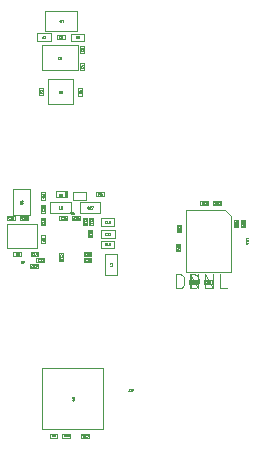
<source format=gbr>
G04 #@! TF.GenerationSoftware,KiCad,Pcbnew,(5.1.5)-3*
G04 #@! TF.CreationDate,2020-06-25T20:17:36-07:00*
G04 #@! TF.ProjectId,Miniscope-v4-Rigid-Flex,4d696e69-7363-46f7-9065-2d76342d5269,rev?*
G04 #@! TF.SameCoordinates,Original*
G04 #@! TF.FileFunction,Other,Fab,Top*
%FSLAX46Y46*%
G04 Gerber Fmt 4.6, Leading zero omitted, Abs format (unit mm)*
G04 Created by KiCad (PCBNEW (5.1.5)-3) date 2020-06-25 20:17:36*
%MOMM*%
%LPD*%
G04 APERTURE LIST*
%ADD10C,0.120000*%
%ADD11C,0.100000*%
%ADD12C,0.025400*%
G04 APERTURE END LIST*
D10*
X114611200Y-116868000D02*
X115251200Y-116868000D01*
X114611200Y-117208000D02*
X114611200Y-116868000D01*
X115251200Y-117208000D02*
X114611200Y-117208000D01*
X115251200Y-116868000D02*
X115251200Y-117208000D01*
X116495800Y-117208000D02*
X115855800Y-117208000D01*
X116495800Y-116868000D02*
X116495800Y-117208000D01*
X115855800Y-116868000D02*
X116495800Y-116868000D01*
X115855800Y-117208000D02*
X115855800Y-116868000D01*
X102778600Y-130227400D02*
X102778600Y-129887400D01*
X102778600Y-129887400D02*
X103418600Y-129887400D01*
X103418600Y-129887400D02*
X103418600Y-130227400D01*
X103418600Y-130227400D02*
X102778600Y-130227400D01*
X102156800Y-129528400D02*
X102156800Y-124368400D01*
X107316800Y-129528400D02*
X102156800Y-129528400D01*
X107316800Y-124368400D02*
X107316800Y-129528400D01*
X102156800Y-124368400D02*
X107316800Y-124368400D01*
X117283200Y-110203800D02*
X117283200Y-110543800D01*
X117283200Y-110543800D02*
X116643200Y-110543800D01*
X116643200Y-110543800D02*
X116643200Y-110203800D01*
X116643200Y-110203800D02*
X117283200Y-110203800D01*
X118429200Y-111783800D02*
X118769200Y-111783800D01*
X118769200Y-111783800D02*
X118769200Y-112423800D01*
X118769200Y-112423800D02*
X118429200Y-112423800D01*
X118429200Y-112423800D02*
X118429200Y-111783800D01*
X119013400Y-111783800D02*
X119353400Y-111783800D01*
X119353400Y-111783800D02*
X119353400Y-112423800D01*
X119353400Y-112423800D02*
X119013400Y-112423800D01*
X119013400Y-112423800D02*
X119013400Y-111783800D01*
X116191000Y-110203800D02*
X116191000Y-110543800D01*
X116191000Y-110543800D02*
X115551000Y-110543800D01*
X115551000Y-110543800D02*
X115551000Y-110203800D01*
X115551000Y-110203800D02*
X116191000Y-110203800D01*
X113856600Y-114455800D02*
X113516600Y-114455800D01*
X113516600Y-114455800D02*
X113516600Y-113815800D01*
X113516600Y-113815800D02*
X113856600Y-113815800D01*
X113856600Y-113815800D02*
X113856600Y-114455800D01*
X113552400Y-112215600D02*
X113892400Y-112215600D01*
X113892400Y-112215600D02*
X113892400Y-112855600D01*
X113892400Y-112855600D02*
X113552400Y-112855600D01*
X113552400Y-112855600D02*
X113552400Y-112215600D01*
D11*
X118100200Y-116188600D02*
X118100200Y-111488600D01*
X114300200Y-116188600D02*
X118100200Y-116188600D01*
X114300200Y-110988600D02*
X114300200Y-116188600D01*
X117600200Y-110988600D02*
X114300200Y-110988600D01*
X117600200Y-110988600D02*
X118100200Y-111488600D01*
D10*
X105677000Y-114864600D02*
X105677000Y-114524600D01*
X105677000Y-114524600D02*
X106317000Y-114524600D01*
X106317000Y-114524600D02*
X106317000Y-114864600D01*
X106317000Y-114864600D02*
X105677000Y-114864600D01*
X106055600Y-112622000D02*
X106395600Y-112622000D01*
X106395600Y-112622000D02*
X106395600Y-113262000D01*
X106395600Y-113262000D02*
X106055600Y-113262000D01*
X106055600Y-113262000D02*
X106055600Y-112622000D01*
X105598400Y-111606000D02*
X105938400Y-111606000D01*
X105938400Y-111606000D02*
X105938400Y-112246000D01*
X105938400Y-112246000D02*
X105598400Y-112246000D01*
X105598400Y-112246000D02*
X105598400Y-111606000D01*
X107093400Y-112306800D02*
X107093400Y-111646800D01*
X107093400Y-111646800D02*
X108253400Y-111646800D01*
X108253400Y-111646800D02*
X108253400Y-112306800D01*
X108253400Y-112306800D02*
X107093400Y-112306800D01*
X101130400Y-115906000D02*
X101130400Y-115566000D01*
X101130400Y-115566000D02*
X101770400Y-115566000D01*
X101770400Y-115566000D02*
X101770400Y-115906000D01*
X101770400Y-115906000D02*
X101130400Y-115906000D01*
X101109000Y-109220400D02*
X101109000Y-111380400D01*
X99709000Y-109220400D02*
X101109000Y-109220400D01*
X99709000Y-111380400D02*
X99709000Y-109220400D01*
X101109000Y-111380400D02*
X99709000Y-111380400D01*
X103619600Y-111842000D02*
X103619600Y-111502000D01*
X103619600Y-111502000D02*
X104259600Y-111502000D01*
X104259600Y-111502000D02*
X104259600Y-111842000D01*
X104259600Y-111842000D02*
X103619600Y-111842000D01*
X102067800Y-113104600D02*
X102407800Y-113104600D01*
X102407800Y-113104600D02*
X102407800Y-113744600D01*
X102407800Y-113744600D02*
X102067800Y-113744600D01*
X102067800Y-113744600D02*
X102067800Y-113104600D01*
X103566400Y-114628600D02*
X103906400Y-114628600D01*
X103906400Y-114628600D02*
X103906400Y-115268600D01*
X103906400Y-115268600D02*
X103566400Y-115268600D01*
X103566400Y-115268600D02*
X103566400Y-114628600D01*
X106081000Y-111606000D02*
X106421000Y-111606000D01*
X106421000Y-111606000D02*
X106421000Y-112246000D01*
X106421000Y-112246000D02*
X106081000Y-112246000D01*
X106081000Y-112246000D02*
X106081000Y-111606000D01*
X102067800Y-109447000D02*
X102407800Y-109447000D01*
X102407800Y-109447000D02*
X102407800Y-110087000D01*
X102407800Y-110087000D02*
X102067800Y-110087000D01*
X102067800Y-110087000D02*
X102067800Y-109447000D01*
X102407800Y-112271400D02*
X102067800Y-112271400D01*
X102067800Y-112271400D02*
X102067800Y-111631400D01*
X102067800Y-111631400D02*
X102407800Y-111631400D01*
X102407800Y-111631400D02*
X102407800Y-112271400D01*
X101663800Y-115347200D02*
X101663800Y-115007200D01*
X101663800Y-115007200D02*
X102303800Y-115007200D01*
X102303800Y-115007200D02*
X102303800Y-115347200D01*
X102303800Y-115347200D02*
X101663800Y-115347200D01*
X102407800Y-111179200D02*
X102067800Y-111179200D01*
X102067800Y-111179200D02*
X102067800Y-110539200D01*
X102067800Y-110539200D02*
X102407800Y-110539200D01*
X102407800Y-110539200D02*
X102407800Y-111179200D01*
X105677000Y-115372600D02*
X105677000Y-115032600D01*
X105677000Y-115032600D02*
X106317000Y-115032600D01*
X106317000Y-115032600D02*
X106317000Y-115372600D01*
X106317000Y-115372600D02*
X105677000Y-115372600D01*
X100292200Y-111791200D02*
X100292200Y-111451200D01*
X100292200Y-111451200D02*
X100932200Y-111451200D01*
X100932200Y-111451200D02*
X100932200Y-111791200D01*
X100932200Y-111791200D02*
X100292200Y-111791200D01*
X105326400Y-111502000D02*
X105326400Y-111842000D01*
X105326400Y-111842000D02*
X104686400Y-111842000D01*
X104686400Y-111842000D02*
X104686400Y-111502000D01*
X104686400Y-111502000D02*
X105326400Y-111502000D01*
X108253400Y-114211800D02*
X107093400Y-114211800D01*
X108253400Y-113551800D02*
X108253400Y-114211800D01*
X107093400Y-113551800D02*
X108253400Y-113551800D01*
X107093400Y-114211800D02*
X107093400Y-113551800D01*
X101176800Y-114839200D02*
X101176800Y-114499200D01*
X101176800Y-114499200D02*
X101816800Y-114499200D01*
X101816800Y-114499200D02*
X101816800Y-114839200D01*
X101816800Y-114839200D02*
X101176800Y-114839200D01*
X99154400Y-114200600D02*
X99154400Y-112140600D01*
X99154400Y-112140600D02*
X101714400Y-112140600D01*
X101714400Y-112140600D02*
X101714400Y-114200600D01*
X101714400Y-114200600D02*
X99154400Y-114200600D01*
X106718400Y-109810000D02*
X106718400Y-109470000D01*
X106718400Y-109470000D02*
X107358400Y-109470000D01*
X107358400Y-109470000D02*
X107358400Y-109810000D01*
X107358400Y-109810000D02*
X106718400Y-109810000D01*
X103870800Y-130227400D02*
X103870800Y-129887400D01*
X103870800Y-129887400D02*
X104510800Y-129887400D01*
X104510800Y-129887400D02*
X104510800Y-130227400D01*
X104510800Y-130227400D02*
X103870800Y-130227400D01*
X106107200Y-129890200D02*
X106107200Y-130230200D01*
X106107200Y-130230200D02*
X105467200Y-130230200D01*
X105467200Y-130230200D02*
X105467200Y-129890200D01*
X105467200Y-129890200D02*
X106107200Y-129890200D01*
X99814600Y-111791200D02*
X99174600Y-111791200D01*
X99814600Y-111451200D02*
X99814600Y-111791200D01*
X99174600Y-111451200D02*
X99814600Y-111451200D01*
X99174600Y-111791200D02*
X99174600Y-111451200D01*
X102811000Y-111257600D02*
X102811000Y-110257600D01*
X102811000Y-110257600D02*
X104611000Y-110257600D01*
X104611000Y-110257600D02*
X104611000Y-111257600D01*
X104611000Y-111257600D02*
X102811000Y-111257600D01*
X108497000Y-114653600D02*
X108497000Y-116453600D01*
X107497000Y-114653600D02*
X108497000Y-114653600D01*
X107497000Y-116453600D02*
X107497000Y-114653600D01*
X108497000Y-116453600D02*
X107497000Y-116453600D01*
X107080200Y-111237600D02*
X105320200Y-111237600D01*
X107080200Y-110277600D02*
X107080200Y-111237600D01*
X105320200Y-110277600D02*
X107080200Y-110277600D01*
X105320200Y-111237600D02*
X105320200Y-110277600D01*
X107118800Y-113322800D02*
X107118800Y-112662800D01*
X107118800Y-112662800D02*
X108278800Y-112662800D01*
X108278800Y-112662800D02*
X108278800Y-113322800D01*
X108278800Y-113322800D02*
X107118800Y-113322800D01*
X99708000Y-114864600D02*
X99708000Y-114524600D01*
X99708000Y-114524600D02*
X100348000Y-114524600D01*
X100348000Y-114524600D02*
X100348000Y-114864600D01*
X100348000Y-114864600D02*
X99708000Y-114864600D01*
X105876600Y-109427000D02*
X105876600Y-110107000D01*
X105876600Y-110107000D02*
X104796600Y-110107000D01*
X104796600Y-110107000D02*
X104796600Y-109427000D01*
X104796600Y-109427000D02*
X105876600Y-109427000D01*
D11*
X104287200Y-109353800D02*
X104287200Y-109853800D01*
X104287200Y-109853800D02*
X103287200Y-109853800D01*
X103287200Y-109853800D02*
X103287200Y-109353800D01*
X103287200Y-109353800D02*
X104287200Y-109353800D01*
X104187200Y-109353800D02*
X104187200Y-109853800D01*
X104087200Y-109353800D02*
X104087200Y-109853800D01*
D10*
X102223400Y-101245000D02*
X101883400Y-101245000D01*
X101883400Y-101245000D02*
X101883400Y-100605000D01*
X101883400Y-100605000D02*
X102223400Y-100605000D01*
X102223400Y-100605000D02*
X102223400Y-101245000D01*
X102681000Y-99905800D02*
X104741000Y-99905800D01*
X102681000Y-101965800D02*
X102681000Y-99905800D01*
X104741000Y-101965800D02*
X102681000Y-101965800D01*
X104741000Y-99905800D02*
X104741000Y-101965800D01*
X105203600Y-97030200D02*
X105203600Y-99130200D01*
X105203600Y-99130200D02*
X102103600Y-99130200D01*
X102103600Y-99130200D02*
X102103600Y-97030200D01*
X102103600Y-97030200D02*
X105203600Y-97030200D01*
X105703200Y-99136800D02*
X105363200Y-99136800D01*
X105363200Y-99136800D02*
X105363200Y-98496800D01*
X105363200Y-98496800D02*
X105703200Y-98496800D01*
X105703200Y-98496800D02*
X105703200Y-99136800D01*
X105703200Y-97689000D02*
X105363200Y-97689000D01*
X105363200Y-97689000D02*
X105363200Y-97049000D01*
X105363200Y-97049000D02*
X105703200Y-97049000D01*
X105703200Y-97049000D02*
X105703200Y-97689000D01*
X105210800Y-100630400D02*
X105550800Y-100630400D01*
X105550800Y-100630400D02*
X105550800Y-101270400D01*
X105550800Y-101270400D02*
X105210800Y-101270400D01*
X105210800Y-101270400D02*
X105210800Y-100630400D01*
X104559000Y-96683000D02*
X104559000Y-96023000D01*
X104559000Y-96023000D02*
X105719000Y-96023000D01*
X105719000Y-96023000D02*
X105719000Y-96683000D01*
X105719000Y-96683000D02*
X104559000Y-96683000D01*
X103409800Y-96497600D02*
X103409800Y-96157600D01*
X103409800Y-96157600D02*
X104049800Y-96157600D01*
X104049800Y-96157600D02*
X104049800Y-96497600D01*
X104049800Y-96497600D02*
X103409800Y-96497600D01*
X102415200Y-94116000D02*
X105095200Y-94116000D01*
X102415200Y-95796000D02*
X102415200Y-94116000D01*
X105095200Y-95796000D02*
X102415200Y-95796000D01*
X105095200Y-94116000D02*
X105095200Y-95796000D01*
X102862000Y-95997600D02*
X102862000Y-96657600D01*
X102862000Y-96657600D02*
X101702000Y-96657600D01*
X101702000Y-96657600D02*
X101702000Y-95997600D01*
X101702000Y-95997600D02*
X102862000Y-95997600D01*
D12*
X114816900Y-117118433D02*
X114757633Y-117033766D01*
X114715300Y-117118433D02*
X114715300Y-116940633D01*
X114783033Y-116940633D01*
X114799966Y-116949100D01*
X114808433Y-116957566D01*
X114816900Y-116974500D01*
X114816900Y-116999900D01*
X114808433Y-117016833D01*
X114799966Y-117025300D01*
X114783033Y-117033766D01*
X114715300Y-117033766D01*
X114986233Y-117118433D02*
X114884633Y-117118433D01*
X114935433Y-117118433D02*
X114935433Y-116940633D01*
X114918500Y-116966033D01*
X114901566Y-116982966D01*
X114884633Y-116991433D01*
X115138633Y-116999900D02*
X115138633Y-117118433D01*
X115096300Y-116932166D02*
X115053966Y-117059166D01*
X115164033Y-117059166D01*
D10*
X113502628Y-117580857D02*
X113502628Y-116380857D01*
X113788342Y-116380857D01*
X113959771Y-116438000D01*
X114074057Y-116552285D01*
X114131200Y-116666571D01*
X114188342Y-116895142D01*
X114188342Y-117066571D01*
X114131200Y-117295142D01*
X114074057Y-117409428D01*
X113959771Y-117523714D01*
X113788342Y-117580857D01*
X113502628Y-117580857D01*
X114702628Y-117580857D02*
X114702628Y-116380857D01*
X115388342Y-117580857D01*
X115388342Y-116380857D01*
X116531200Y-117580857D02*
X115959771Y-117580857D01*
X115959771Y-116380857D01*
D12*
X114816900Y-117118433D02*
X114757633Y-117033766D01*
X114715300Y-117118433D02*
X114715300Y-116940633D01*
X114783033Y-116940633D01*
X114799966Y-116949100D01*
X114808433Y-116957566D01*
X114816900Y-116974500D01*
X114816900Y-116999900D01*
X114808433Y-117016833D01*
X114799966Y-117025300D01*
X114783033Y-117033766D01*
X114715300Y-117033766D01*
X114986233Y-117118433D02*
X114884633Y-117118433D01*
X114935433Y-117118433D02*
X114935433Y-116940633D01*
X114918500Y-116966033D01*
X114901566Y-116982966D01*
X114884633Y-116991433D01*
X115138633Y-116999900D02*
X115138633Y-117118433D01*
X115096300Y-116932166D02*
X115053966Y-117059166D01*
X115164033Y-117059166D01*
X116061500Y-117101500D02*
X116053033Y-117109966D01*
X116027633Y-117118433D01*
X116010700Y-117118433D01*
X115985300Y-117109966D01*
X115968366Y-117093033D01*
X115959900Y-117076100D01*
X115951433Y-117042233D01*
X115951433Y-117016833D01*
X115959900Y-116982966D01*
X115968366Y-116966033D01*
X115985300Y-116949100D01*
X116010700Y-116940633D01*
X116027633Y-116940633D01*
X116053033Y-116949100D01*
X116061500Y-116957566D01*
X116222366Y-116940633D02*
X116137700Y-116940633D01*
X116129233Y-117025300D01*
X116137700Y-117016833D01*
X116154633Y-117008366D01*
X116196966Y-117008366D01*
X116213900Y-117016833D01*
X116222366Y-117025300D01*
X116230833Y-117042233D01*
X116230833Y-117084566D01*
X116222366Y-117101500D01*
X116213900Y-117109966D01*
X116196966Y-117118433D01*
X116154633Y-117118433D01*
X116137700Y-117109966D01*
X116129233Y-117101500D01*
X116383233Y-116940633D02*
X116349366Y-116940633D01*
X116332433Y-116949100D01*
X116323966Y-116957566D01*
X116307033Y-116982966D01*
X116298566Y-117016833D01*
X116298566Y-117084566D01*
X116307033Y-117101500D01*
X116315500Y-117109966D01*
X116332433Y-117118433D01*
X116366300Y-117118433D01*
X116383233Y-117109966D01*
X116391700Y-117101500D01*
X116400166Y-117084566D01*
X116400166Y-117042233D01*
X116391700Y-117025300D01*
X116383233Y-117016833D01*
X116366300Y-117008366D01*
X116332433Y-117008366D01*
X116315500Y-117016833D01*
X116307033Y-117025300D01*
X116298566Y-117042233D01*
D10*
X114747228Y-117580857D02*
X114747228Y-116380857D01*
X115032942Y-116380857D01*
X115204371Y-116438000D01*
X115318657Y-116552285D01*
X115375800Y-116666571D01*
X115432942Y-116895142D01*
X115432942Y-117066571D01*
X115375800Y-117295142D01*
X115318657Y-117409428D01*
X115204371Y-117523714D01*
X115032942Y-117580857D01*
X114747228Y-117580857D01*
X115947228Y-117580857D02*
X115947228Y-116380857D01*
X116632942Y-117580857D01*
X116632942Y-116380857D01*
X117775800Y-117580857D02*
X117204371Y-117580857D01*
X117204371Y-116380857D01*
D12*
X116061500Y-117101500D02*
X116053033Y-117109966D01*
X116027633Y-117118433D01*
X116010700Y-117118433D01*
X115985300Y-117109966D01*
X115968366Y-117093033D01*
X115959900Y-117076100D01*
X115951433Y-117042233D01*
X115951433Y-117016833D01*
X115959900Y-116982966D01*
X115968366Y-116966033D01*
X115985300Y-116949100D01*
X116010700Y-116940633D01*
X116027633Y-116940633D01*
X116053033Y-116949100D01*
X116061500Y-116957566D01*
X116222366Y-116940633D02*
X116137700Y-116940633D01*
X116129233Y-117025300D01*
X116137700Y-117016833D01*
X116154633Y-117008366D01*
X116196966Y-117008366D01*
X116213900Y-117016833D01*
X116222366Y-117025300D01*
X116230833Y-117042233D01*
X116230833Y-117084566D01*
X116222366Y-117101500D01*
X116213900Y-117109966D01*
X116196966Y-117118433D01*
X116154633Y-117118433D01*
X116137700Y-117109966D01*
X116129233Y-117101500D01*
X116383233Y-116940633D02*
X116349366Y-116940633D01*
X116332433Y-116949100D01*
X116323966Y-116957566D01*
X116307033Y-116982966D01*
X116298566Y-117016833D01*
X116298566Y-117084566D01*
X116307033Y-117101500D01*
X116315500Y-117109966D01*
X116332433Y-117118433D01*
X116366300Y-117118433D01*
X116383233Y-117109966D01*
X116391700Y-117101500D01*
X116400166Y-117084566D01*
X116400166Y-117042233D01*
X116391700Y-117025300D01*
X116383233Y-117016833D01*
X116366300Y-117008366D01*
X116332433Y-117008366D01*
X116315500Y-117016833D01*
X116307033Y-117025300D01*
X116298566Y-117042233D01*
X103068966Y-130137833D02*
X103009700Y-130053166D01*
X102967366Y-130137833D02*
X102967366Y-129960033D01*
X103035100Y-129960033D01*
X103052033Y-129968500D01*
X103060500Y-129976966D01*
X103068966Y-129993900D01*
X103068966Y-130019300D01*
X103060500Y-130036233D01*
X103052033Y-130044700D01*
X103035100Y-130053166D01*
X102967366Y-130053166D01*
X103153633Y-130137833D02*
X103187500Y-130137833D01*
X103204433Y-130129366D01*
X103212900Y-130120900D01*
X103229833Y-130095500D01*
X103238300Y-130061633D01*
X103238300Y-129993900D01*
X103229833Y-129976966D01*
X103221366Y-129968500D01*
X103204433Y-129960033D01*
X103170566Y-129960033D01*
X103153633Y-129968500D01*
X103145166Y-129976966D01*
X103136700Y-129993900D01*
X103136700Y-130036233D01*
X103145166Y-130053166D01*
X103153633Y-130061633D01*
X103170566Y-130070100D01*
X103204433Y-130070100D01*
X103221366Y-130061633D01*
X103229833Y-130053166D01*
X103238300Y-130036233D01*
X104834166Y-126812933D02*
X104690233Y-126812933D01*
X104673300Y-126821400D01*
X104664833Y-126829866D01*
X104656366Y-126846800D01*
X104656366Y-126880666D01*
X104664833Y-126897600D01*
X104673300Y-126906066D01*
X104690233Y-126914533D01*
X104834166Y-126914533D01*
X104656366Y-127007666D02*
X104656366Y-127041533D01*
X104664833Y-127058466D01*
X104673300Y-127066933D01*
X104698700Y-127083866D01*
X104732566Y-127092333D01*
X104800300Y-127092333D01*
X104817233Y-127083866D01*
X104825700Y-127075400D01*
X104834166Y-127058466D01*
X104834166Y-127024600D01*
X104825700Y-127007666D01*
X104817233Y-126999200D01*
X104800300Y-126990733D01*
X104757966Y-126990733D01*
X104741033Y-126999200D01*
X104732566Y-127007666D01*
X104724100Y-127024600D01*
X104724100Y-127058466D01*
X104732566Y-127075400D01*
X104741033Y-127083866D01*
X104757966Y-127092333D01*
X109505866Y-126079433D02*
X109505866Y-126206433D01*
X109497400Y-126231833D01*
X109480466Y-126248766D01*
X109455066Y-126257233D01*
X109438133Y-126257233D01*
X109683666Y-126257233D02*
X109582066Y-126257233D01*
X109632866Y-126257233D02*
X109632866Y-126079433D01*
X109615933Y-126104833D01*
X109599000Y-126121766D01*
X109582066Y-126130233D01*
X109742933Y-126079433D02*
X109861466Y-126079433D01*
X109785266Y-126257233D01*
X117077500Y-110310300D02*
X117085966Y-110301833D01*
X117111366Y-110293366D01*
X117128300Y-110293366D01*
X117153700Y-110301833D01*
X117170633Y-110318766D01*
X117179100Y-110335700D01*
X117187566Y-110369566D01*
X117187566Y-110394966D01*
X117179100Y-110428833D01*
X117170633Y-110445766D01*
X117153700Y-110462700D01*
X117128300Y-110471166D01*
X117111366Y-110471166D01*
X117085966Y-110462700D01*
X117077500Y-110454233D01*
X116916633Y-110471166D02*
X117001300Y-110471166D01*
X117009766Y-110386500D01*
X117001300Y-110394966D01*
X116984366Y-110403433D01*
X116942033Y-110403433D01*
X116925100Y-110394966D01*
X116916633Y-110386500D01*
X116908166Y-110369566D01*
X116908166Y-110327233D01*
X116916633Y-110310300D01*
X116925100Y-110301833D01*
X116942033Y-110293366D01*
X116984366Y-110293366D01*
X117001300Y-110301833D01*
X117009766Y-110310300D01*
X116840433Y-110454233D02*
X116831966Y-110462700D01*
X116815033Y-110471166D01*
X116772700Y-110471166D01*
X116755766Y-110462700D01*
X116747300Y-110454233D01*
X116738833Y-110437300D01*
X116738833Y-110420366D01*
X116747300Y-110394966D01*
X116848900Y-110293366D01*
X116738833Y-110293366D01*
X118535700Y-111989500D02*
X118527233Y-111981033D01*
X118518766Y-111955633D01*
X118518766Y-111938700D01*
X118527233Y-111913300D01*
X118544166Y-111896366D01*
X118561100Y-111887900D01*
X118594966Y-111879433D01*
X118620366Y-111879433D01*
X118654233Y-111887900D01*
X118671166Y-111896366D01*
X118688100Y-111913300D01*
X118696566Y-111938700D01*
X118696566Y-111955633D01*
X118688100Y-111981033D01*
X118679633Y-111989500D01*
X118696566Y-112150366D02*
X118696566Y-112065700D01*
X118611900Y-112057233D01*
X118620366Y-112065700D01*
X118628833Y-112082633D01*
X118628833Y-112124966D01*
X118620366Y-112141900D01*
X118611900Y-112150366D01*
X118594966Y-112158833D01*
X118552633Y-112158833D01*
X118535700Y-112150366D01*
X118527233Y-112141900D01*
X118518766Y-112124966D01*
X118518766Y-112082633D01*
X118527233Y-112065700D01*
X118535700Y-112057233D01*
X118696566Y-112218100D02*
X118696566Y-112328166D01*
X118628833Y-112268900D01*
X118628833Y-112294300D01*
X118620366Y-112311233D01*
X118611900Y-112319700D01*
X118594966Y-112328166D01*
X118552633Y-112328166D01*
X118535700Y-112319700D01*
X118527233Y-112311233D01*
X118518766Y-112294300D01*
X118518766Y-112243500D01*
X118527233Y-112226566D01*
X118535700Y-112218100D01*
X119119900Y-111989500D02*
X119111433Y-111981033D01*
X119102966Y-111955633D01*
X119102966Y-111938700D01*
X119111433Y-111913300D01*
X119128366Y-111896366D01*
X119145300Y-111887900D01*
X119179166Y-111879433D01*
X119204566Y-111879433D01*
X119238433Y-111887900D01*
X119255366Y-111896366D01*
X119272300Y-111913300D01*
X119280766Y-111938700D01*
X119280766Y-111955633D01*
X119272300Y-111981033D01*
X119263833Y-111989500D01*
X119280766Y-112150366D02*
X119280766Y-112065700D01*
X119196100Y-112057233D01*
X119204566Y-112065700D01*
X119213033Y-112082633D01*
X119213033Y-112124966D01*
X119204566Y-112141900D01*
X119196100Y-112150366D01*
X119179166Y-112158833D01*
X119136833Y-112158833D01*
X119119900Y-112150366D01*
X119111433Y-112141900D01*
X119102966Y-112124966D01*
X119102966Y-112082633D01*
X119111433Y-112065700D01*
X119119900Y-112057233D01*
X119221500Y-112311233D02*
X119102966Y-112311233D01*
X119289233Y-112268900D02*
X119162233Y-112226566D01*
X119162233Y-112336633D01*
X115985300Y-110293366D02*
X116044566Y-110378033D01*
X116086900Y-110293366D02*
X116086900Y-110471166D01*
X116019166Y-110471166D01*
X116002233Y-110462700D01*
X115993766Y-110454233D01*
X115985300Y-110437300D01*
X115985300Y-110411900D01*
X115993766Y-110394966D01*
X116002233Y-110386500D01*
X116019166Y-110378033D01*
X116086900Y-110378033D01*
X115815966Y-110293366D02*
X115917566Y-110293366D01*
X115866766Y-110293366D02*
X115866766Y-110471166D01*
X115883700Y-110445766D01*
X115900633Y-110428833D01*
X115917566Y-110420366D01*
X115655100Y-110471166D02*
X115739766Y-110471166D01*
X115748233Y-110386500D01*
X115739766Y-110394966D01*
X115722833Y-110403433D01*
X115680500Y-110403433D01*
X115663566Y-110394966D01*
X115655100Y-110386500D01*
X115646633Y-110369566D01*
X115646633Y-110327233D01*
X115655100Y-110310300D01*
X115663566Y-110301833D01*
X115680500Y-110293366D01*
X115722833Y-110293366D01*
X115739766Y-110301833D01*
X115748233Y-110310300D01*
X113767033Y-114250100D02*
X113682366Y-114309366D01*
X113767033Y-114351700D02*
X113589233Y-114351700D01*
X113589233Y-114283966D01*
X113597700Y-114267033D01*
X113606166Y-114258566D01*
X113623100Y-114250100D01*
X113648500Y-114250100D01*
X113665433Y-114258566D01*
X113673900Y-114267033D01*
X113682366Y-114283966D01*
X113682366Y-114351700D01*
X113767033Y-114080766D02*
X113767033Y-114182366D01*
X113767033Y-114131566D02*
X113589233Y-114131566D01*
X113614633Y-114148500D01*
X113631566Y-114165433D01*
X113640033Y-114182366D01*
X113589233Y-113928366D02*
X113589233Y-113962233D01*
X113597700Y-113979166D01*
X113606166Y-113987633D01*
X113631566Y-114004566D01*
X113665433Y-114013033D01*
X113733166Y-114013033D01*
X113750100Y-114004566D01*
X113758566Y-113996100D01*
X113767033Y-113979166D01*
X113767033Y-113945300D01*
X113758566Y-113928366D01*
X113750100Y-113919900D01*
X113733166Y-113911433D01*
X113690833Y-113911433D01*
X113673900Y-113919900D01*
X113665433Y-113928366D01*
X113656966Y-113945300D01*
X113656966Y-113979166D01*
X113665433Y-113996100D01*
X113673900Y-114004566D01*
X113690833Y-114013033D01*
X113658900Y-112421300D02*
X113650433Y-112412833D01*
X113641966Y-112387433D01*
X113641966Y-112370500D01*
X113650433Y-112345100D01*
X113667366Y-112328166D01*
X113684300Y-112319700D01*
X113718166Y-112311233D01*
X113743566Y-112311233D01*
X113777433Y-112319700D01*
X113794366Y-112328166D01*
X113811300Y-112345100D01*
X113819766Y-112370500D01*
X113819766Y-112387433D01*
X113811300Y-112412833D01*
X113802833Y-112421300D01*
X113819766Y-112582166D02*
X113819766Y-112497500D01*
X113735100Y-112489033D01*
X113743566Y-112497500D01*
X113752033Y-112514433D01*
X113752033Y-112556766D01*
X113743566Y-112573700D01*
X113735100Y-112582166D01*
X113718166Y-112590633D01*
X113675833Y-112590633D01*
X113658900Y-112582166D01*
X113650433Y-112573700D01*
X113641966Y-112556766D01*
X113641966Y-112514433D01*
X113650433Y-112497500D01*
X113658900Y-112489033D01*
X113641966Y-112759966D02*
X113641966Y-112658366D01*
X113641966Y-112709166D02*
X113819766Y-112709166D01*
X113794366Y-112692233D01*
X113777433Y-112675300D01*
X113768966Y-112658366D01*
X119547566Y-113368466D02*
X119403633Y-113368466D01*
X119386700Y-113376933D01*
X119378233Y-113385400D01*
X119369766Y-113402333D01*
X119369766Y-113436200D01*
X119378233Y-113453133D01*
X119386700Y-113461600D01*
X119403633Y-113470066D01*
X119547566Y-113470066D01*
X119369766Y-113647866D02*
X119369766Y-113546266D01*
X119369766Y-113597066D02*
X119547566Y-113597066D01*
X119522166Y-113580133D01*
X119505233Y-113563200D01*
X119496766Y-113546266D01*
X119547566Y-113757933D02*
X119547566Y-113774866D01*
X119539100Y-113791800D01*
X119530633Y-113800266D01*
X119513700Y-113808733D01*
X119479833Y-113817200D01*
X119437500Y-113817200D01*
X119403633Y-113808733D01*
X119386700Y-113800266D01*
X119378233Y-113791800D01*
X119369766Y-113774866D01*
X119369766Y-113757933D01*
X119378233Y-113741000D01*
X119386700Y-113732533D01*
X119403633Y-113724066D01*
X119437500Y-113715600D01*
X119479833Y-113715600D01*
X119513700Y-113724066D01*
X119530633Y-113732533D01*
X119539100Y-113741000D01*
X119547566Y-113757933D01*
X105882700Y-114758100D02*
X105874233Y-114766566D01*
X105848833Y-114775033D01*
X105831900Y-114775033D01*
X105806500Y-114766566D01*
X105789566Y-114749633D01*
X105781100Y-114732700D01*
X105772633Y-114698833D01*
X105772633Y-114673433D01*
X105781100Y-114639566D01*
X105789566Y-114622633D01*
X105806500Y-114605700D01*
X105831900Y-114597233D01*
X105848833Y-114597233D01*
X105874233Y-114605700D01*
X105882700Y-114614166D01*
X106052033Y-114775033D02*
X105950433Y-114775033D01*
X106001233Y-114775033D02*
X106001233Y-114597233D01*
X105984300Y-114622633D01*
X105967366Y-114639566D01*
X105950433Y-114648033D01*
X106153633Y-114673433D02*
X106136700Y-114664966D01*
X106128233Y-114656500D01*
X106119766Y-114639566D01*
X106119766Y-114631100D01*
X106128233Y-114614166D01*
X106136700Y-114605700D01*
X106153633Y-114597233D01*
X106187500Y-114597233D01*
X106204433Y-114605700D01*
X106212900Y-114614166D01*
X106221366Y-114631100D01*
X106221366Y-114639566D01*
X106212900Y-114656500D01*
X106204433Y-114664966D01*
X106187500Y-114673433D01*
X106153633Y-114673433D01*
X106136700Y-114681900D01*
X106128233Y-114690366D01*
X106119766Y-114707300D01*
X106119766Y-114741166D01*
X106128233Y-114758100D01*
X106136700Y-114766566D01*
X106153633Y-114775033D01*
X106187500Y-114775033D01*
X106204433Y-114766566D01*
X106212900Y-114758100D01*
X106221366Y-114741166D01*
X106221366Y-114707300D01*
X106212900Y-114690366D01*
X106204433Y-114681900D01*
X106187500Y-114673433D01*
X106162100Y-112827700D02*
X106153633Y-112819233D01*
X106145166Y-112793833D01*
X106145166Y-112776900D01*
X106153633Y-112751500D01*
X106170566Y-112734566D01*
X106187500Y-112726100D01*
X106221366Y-112717633D01*
X106246766Y-112717633D01*
X106280633Y-112726100D01*
X106297566Y-112734566D01*
X106314500Y-112751500D01*
X106322966Y-112776900D01*
X106322966Y-112793833D01*
X106314500Y-112819233D01*
X106306033Y-112827700D01*
X106145166Y-112997033D02*
X106145166Y-112895433D01*
X106145166Y-112946233D02*
X106322966Y-112946233D01*
X106297566Y-112929300D01*
X106280633Y-112912366D01*
X106272166Y-112895433D01*
X106306033Y-113064766D02*
X106314500Y-113073233D01*
X106322966Y-113090166D01*
X106322966Y-113132500D01*
X106314500Y-113149433D01*
X106306033Y-113157900D01*
X106289100Y-113166366D01*
X106272166Y-113166366D01*
X106246766Y-113157900D01*
X106145166Y-113056300D01*
X106145166Y-113166366D01*
X105704900Y-111811700D02*
X105696433Y-111803233D01*
X105687966Y-111777833D01*
X105687966Y-111760900D01*
X105696433Y-111735500D01*
X105713366Y-111718566D01*
X105730300Y-111710100D01*
X105764166Y-111701633D01*
X105789566Y-111701633D01*
X105823433Y-111710100D01*
X105840366Y-111718566D01*
X105857300Y-111735500D01*
X105865766Y-111760900D01*
X105865766Y-111777833D01*
X105857300Y-111803233D01*
X105848833Y-111811700D01*
X105687966Y-111981033D02*
X105687966Y-111879433D01*
X105687966Y-111930233D02*
X105865766Y-111930233D01*
X105840366Y-111913300D01*
X105823433Y-111896366D01*
X105814966Y-111879433D01*
X105865766Y-112091100D02*
X105865766Y-112108033D01*
X105857300Y-112124966D01*
X105848833Y-112133433D01*
X105831900Y-112141900D01*
X105798033Y-112150366D01*
X105755700Y-112150366D01*
X105721833Y-112141900D01*
X105704900Y-112133433D01*
X105696433Y-112124966D01*
X105687966Y-112108033D01*
X105687966Y-112091100D01*
X105696433Y-112074166D01*
X105704900Y-112065700D01*
X105721833Y-112057233D01*
X105755700Y-112048766D01*
X105798033Y-112048766D01*
X105831900Y-112057233D01*
X105848833Y-112065700D01*
X105857300Y-112074166D01*
X105865766Y-112091100D01*
X107559100Y-112040300D02*
X107550633Y-112048766D01*
X107525233Y-112057233D01*
X107508300Y-112057233D01*
X107482900Y-112048766D01*
X107465966Y-112031833D01*
X107457500Y-112014900D01*
X107449033Y-111981033D01*
X107449033Y-111955633D01*
X107457500Y-111921766D01*
X107465966Y-111904833D01*
X107482900Y-111887900D01*
X107508300Y-111879433D01*
X107525233Y-111879433D01*
X107550633Y-111887900D01*
X107559100Y-111896366D01*
X107728433Y-112057233D02*
X107626833Y-112057233D01*
X107677633Y-112057233D02*
X107677633Y-111879433D01*
X107660700Y-111904833D01*
X107643766Y-111921766D01*
X107626833Y-111930233D01*
X107889300Y-111879433D02*
X107804633Y-111879433D01*
X107796166Y-111964100D01*
X107804633Y-111955633D01*
X107821566Y-111947166D01*
X107863900Y-111947166D01*
X107880833Y-111955633D01*
X107889300Y-111964100D01*
X107897766Y-111981033D01*
X107897766Y-112023366D01*
X107889300Y-112040300D01*
X107880833Y-112048766D01*
X107863900Y-112057233D01*
X107821566Y-112057233D01*
X107804633Y-112048766D01*
X107796166Y-112040300D01*
X101336100Y-115799500D02*
X101327633Y-115807966D01*
X101302233Y-115816433D01*
X101285300Y-115816433D01*
X101259900Y-115807966D01*
X101242966Y-115791033D01*
X101234500Y-115774100D01*
X101226033Y-115740233D01*
X101226033Y-115714833D01*
X101234500Y-115680966D01*
X101242966Y-115664033D01*
X101259900Y-115647100D01*
X101285300Y-115638633D01*
X101302233Y-115638633D01*
X101327633Y-115647100D01*
X101336100Y-115655566D01*
X101505433Y-115816433D02*
X101403833Y-115816433D01*
X101454633Y-115816433D02*
X101454633Y-115638633D01*
X101437700Y-115664033D01*
X101420766Y-115680966D01*
X101403833Y-115689433D01*
X101564700Y-115638633D02*
X101683233Y-115638633D01*
X101607033Y-115816433D01*
X100311633Y-110435866D02*
X100455566Y-110435866D01*
X100472500Y-110427400D01*
X100480966Y-110418933D01*
X100489433Y-110402000D01*
X100489433Y-110368133D01*
X100480966Y-110351200D01*
X100472500Y-110342733D01*
X100455566Y-110334266D01*
X100311633Y-110334266D01*
X100311633Y-110164933D02*
X100311633Y-110249600D01*
X100396300Y-110258066D01*
X100387833Y-110249600D01*
X100379366Y-110232666D01*
X100379366Y-110190333D01*
X100387833Y-110173400D01*
X100396300Y-110164933D01*
X100413233Y-110156466D01*
X100455566Y-110156466D01*
X100472500Y-110164933D01*
X100480966Y-110173400D01*
X100489433Y-110190333D01*
X100489433Y-110232666D01*
X100480966Y-110249600D01*
X100472500Y-110258066D01*
X103825300Y-111735500D02*
X103816833Y-111743966D01*
X103791433Y-111752433D01*
X103774500Y-111752433D01*
X103749100Y-111743966D01*
X103732166Y-111727033D01*
X103723700Y-111710100D01*
X103715233Y-111676233D01*
X103715233Y-111650833D01*
X103723700Y-111616966D01*
X103732166Y-111600033D01*
X103749100Y-111583100D01*
X103774500Y-111574633D01*
X103791433Y-111574633D01*
X103816833Y-111583100D01*
X103825300Y-111591566D01*
X103893033Y-111591566D02*
X103901500Y-111583100D01*
X103918433Y-111574633D01*
X103960766Y-111574633D01*
X103977700Y-111583100D01*
X103986166Y-111591566D01*
X103994633Y-111608500D01*
X103994633Y-111625433D01*
X103986166Y-111650833D01*
X103884566Y-111752433D01*
X103994633Y-111752433D01*
X104147033Y-111633900D02*
X104147033Y-111752433D01*
X104104700Y-111566166D02*
X104062366Y-111693166D01*
X104172433Y-111693166D01*
X102157366Y-113394966D02*
X102242033Y-113335700D01*
X102157366Y-113293366D02*
X102335166Y-113293366D01*
X102335166Y-113361100D01*
X102326700Y-113378033D01*
X102318233Y-113386500D01*
X102301300Y-113394966D01*
X102275900Y-113394966D01*
X102258966Y-113386500D01*
X102250500Y-113378033D01*
X102242033Y-113361100D01*
X102242033Y-113293366D01*
X102335166Y-113454233D02*
X102335166Y-113572766D01*
X102157366Y-113496566D01*
X103672900Y-114834300D02*
X103664433Y-114825833D01*
X103655966Y-114800433D01*
X103655966Y-114783500D01*
X103664433Y-114758100D01*
X103681366Y-114741166D01*
X103698300Y-114732700D01*
X103732166Y-114724233D01*
X103757566Y-114724233D01*
X103791433Y-114732700D01*
X103808366Y-114741166D01*
X103825300Y-114758100D01*
X103833766Y-114783500D01*
X103833766Y-114800433D01*
X103825300Y-114825833D01*
X103816833Y-114834300D01*
X103655966Y-115003633D02*
X103655966Y-114902033D01*
X103655966Y-114952833D02*
X103833766Y-114952833D01*
X103808366Y-114935900D01*
X103791433Y-114918966D01*
X103782966Y-114902033D01*
X103833766Y-115156033D02*
X103833766Y-115122166D01*
X103825300Y-115105233D01*
X103816833Y-115096766D01*
X103791433Y-115079833D01*
X103757566Y-115071366D01*
X103689833Y-115071366D01*
X103672900Y-115079833D01*
X103664433Y-115088300D01*
X103655966Y-115105233D01*
X103655966Y-115139100D01*
X103664433Y-115156033D01*
X103672900Y-115164500D01*
X103689833Y-115172966D01*
X103732166Y-115172966D01*
X103749100Y-115164500D01*
X103757566Y-115156033D01*
X103766033Y-115139100D01*
X103766033Y-115105233D01*
X103757566Y-115088300D01*
X103749100Y-115079833D01*
X103732166Y-115071366D01*
X106187500Y-111811700D02*
X106179033Y-111803233D01*
X106170566Y-111777833D01*
X106170566Y-111760900D01*
X106179033Y-111735500D01*
X106195966Y-111718566D01*
X106212900Y-111710100D01*
X106246766Y-111701633D01*
X106272166Y-111701633D01*
X106306033Y-111710100D01*
X106322966Y-111718566D01*
X106339900Y-111735500D01*
X106348366Y-111760900D01*
X106348366Y-111777833D01*
X106339900Y-111803233D01*
X106331433Y-111811700D01*
X106170566Y-111981033D02*
X106170566Y-111879433D01*
X106170566Y-111930233D02*
X106348366Y-111930233D01*
X106322966Y-111913300D01*
X106306033Y-111896366D01*
X106297566Y-111879433D01*
X106170566Y-112150366D02*
X106170566Y-112048766D01*
X106170566Y-112099566D02*
X106348366Y-112099566D01*
X106322966Y-112082633D01*
X106306033Y-112065700D01*
X106297566Y-112048766D01*
X102157366Y-109737366D02*
X102242033Y-109678100D01*
X102157366Y-109635766D02*
X102335166Y-109635766D01*
X102335166Y-109703500D01*
X102326700Y-109720433D01*
X102318233Y-109728900D01*
X102301300Y-109737366D01*
X102275900Y-109737366D01*
X102258966Y-109728900D01*
X102250500Y-109720433D01*
X102242033Y-109703500D01*
X102242033Y-109635766D01*
X102275900Y-109889766D02*
X102157366Y-109889766D01*
X102343633Y-109847433D02*
X102216633Y-109805100D01*
X102216633Y-109915166D01*
X102301300Y-112065700D02*
X102309766Y-112074166D01*
X102318233Y-112099566D01*
X102318233Y-112116500D01*
X102309766Y-112141900D01*
X102292833Y-112158833D01*
X102275900Y-112167300D01*
X102242033Y-112175766D01*
X102216633Y-112175766D01*
X102182766Y-112167300D01*
X102165833Y-112158833D01*
X102148900Y-112141900D01*
X102140433Y-112116500D01*
X102140433Y-112099566D01*
X102148900Y-112074166D01*
X102157366Y-112065700D01*
X102318233Y-111896366D02*
X102318233Y-111997966D01*
X102318233Y-111947166D02*
X102140433Y-111947166D01*
X102165833Y-111964100D01*
X102182766Y-111981033D01*
X102191233Y-111997966D01*
X102140433Y-111837100D02*
X102140433Y-111727033D01*
X102208166Y-111786300D01*
X102208166Y-111760900D01*
X102216633Y-111743966D01*
X102225100Y-111735500D01*
X102242033Y-111727033D01*
X102284366Y-111727033D01*
X102301300Y-111735500D01*
X102309766Y-111743966D01*
X102318233Y-111760900D01*
X102318233Y-111811700D01*
X102309766Y-111828633D01*
X102301300Y-111837100D01*
X101869500Y-115240700D02*
X101861033Y-115249166D01*
X101835633Y-115257633D01*
X101818700Y-115257633D01*
X101793300Y-115249166D01*
X101776366Y-115232233D01*
X101767900Y-115215300D01*
X101759433Y-115181433D01*
X101759433Y-115156033D01*
X101767900Y-115122166D01*
X101776366Y-115105233D01*
X101793300Y-115088300D01*
X101818700Y-115079833D01*
X101835633Y-115079833D01*
X101861033Y-115088300D01*
X101869500Y-115096766D01*
X101937233Y-115096766D02*
X101945700Y-115088300D01*
X101962633Y-115079833D01*
X102004966Y-115079833D01*
X102021900Y-115088300D01*
X102030366Y-115096766D01*
X102038833Y-115113700D01*
X102038833Y-115130633D01*
X102030366Y-115156033D01*
X101928766Y-115257633D01*
X102038833Y-115257633D01*
X102106566Y-115096766D02*
X102115033Y-115088300D01*
X102131966Y-115079833D01*
X102174300Y-115079833D01*
X102191233Y-115088300D01*
X102199700Y-115096766D01*
X102208166Y-115113700D01*
X102208166Y-115130633D01*
X102199700Y-115156033D01*
X102098100Y-115257633D01*
X102208166Y-115257633D01*
X102301300Y-110973500D02*
X102309766Y-110981966D01*
X102318233Y-111007366D01*
X102318233Y-111024300D01*
X102309766Y-111049700D01*
X102292833Y-111066633D01*
X102275900Y-111075100D01*
X102242033Y-111083566D01*
X102216633Y-111083566D01*
X102182766Y-111075100D01*
X102165833Y-111066633D01*
X102148900Y-111049700D01*
X102140433Y-111024300D01*
X102140433Y-111007366D01*
X102148900Y-110981966D01*
X102157366Y-110973500D01*
X102157366Y-110905766D02*
X102148900Y-110897300D01*
X102140433Y-110880366D01*
X102140433Y-110838033D01*
X102148900Y-110821100D01*
X102157366Y-110812633D01*
X102174300Y-110804166D01*
X102191233Y-110804166D01*
X102216633Y-110812633D01*
X102318233Y-110914233D01*
X102318233Y-110804166D01*
X102140433Y-110651766D02*
X102140433Y-110685633D01*
X102148900Y-110702566D01*
X102157366Y-110711033D01*
X102182766Y-110727966D01*
X102216633Y-110736433D01*
X102284366Y-110736433D01*
X102301300Y-110727966D01*
X102309766Y-110719500D01*
X102318233Y-110702566D01*
X102318233Y-110668700D01*
X102309766Y-110651766D01*
X102301300Y-110643300D01*
X102284366Y-110634833D01*
X102242033Y-110634833D01*
X102225100Y-110643300D01*
X102216633Y-110651766D01*
X102208166Y-110668700D01*
X102208166Y-110702566D01*
X102216633Y-110719500D01*
X102225100Y-110727966D01*
X102242033Y-110736433D01*
X105882700Y-115266100D02*
X105874233Y-115274566D01*
X105848833Y-115283033D01*
X105831900Y-115283033D01*
X105806500Y-115274566D01*
X105789566Y-115257633D01*
X105781100Y-115240700D01*
X105772633Y-115206833D01*
X105772633Y-115181433D01*
X105781100Y-115147566D01*
X105789566Y-115130633D01*
X105806500Y-115113700D01*
X105831900Y-115105233D01*
X105848833Y-115105233D01*
X105874233Y-115113700D01*
X105882700Y-115122166D01*
X105950433Y-115122166D02*
X105958900Y-115113700D01*
X105975833Y-115105233D01*
X106018166Y-115105233D01*
X106035100Y-115113700D01*
X106043566Y-115122166D01*
X106052033Y-115139100D01*
X106052033Y-115156033D01*
X106043566Y-115181433D01*
X105941966Y-115283033D01*
X106052033Y-115283033D01*
X106221366Y-115283033D02*
X106119766Y-115283033D01*
X106170566Y-115283033D02*
X106170566Y-115105233D01*
X106153633Y-115130633D01*
X106136700Y-115147566D01*
X106119766Y-115156033D01*
X100497900Y-111684700D02*
X100489433Y-111693166D01*
X100464033Y-111701633D01*
X100447100Y-111701633D01*
X100421700Y-111693166D01*
X100404766Y-111676233D01*
X100396300Y-111659300D01*
X100387833Y-111625433D01*
X100387833Y-111600033D01*
X100396300Y-111566166D01*
X100404766Y-111549233D01*
X100421700Y-111532300D01*
X100447100Y-111523833D01*
X100464033Y-111523833D01*
X100489433Y-111532300D01*
X100497900Y-111540766D01*
X100565633Y-111540766D02*
X100574100Y-111532300D01*
X100591033Y-111523833D01*
X100633366Y-111523833D01*
X100650300Y-111532300D01*
X100658766Y-111540766D01*
X100667233Y-111557700D01*
X100667233Y-111574633D01*
X100658766Y-111600033D01*
X100557166Y-111701633D01*
X100667233Y-111701633D01*
X100768833Y-111600033D02*
X100751900Y-111591566D01*
X100743433Y-111583100D01*
X100734966Y-111566166D01*
X100734966Y-111557700D01*
X100743433Y-111540766D01*
X100751900Y-111532300D01*
X100768833Y-111523833D01*
X100802700Y-111523833D01*
X100819633Y-111532300D01*
X100828100Y-111540766D01*
X100836566Y-111557700D01*
X100836566Y-111566166D01*
X100828100Y-111583100D01*
X100819633Y-111591566D01*
X100802700Y-111600033D01*
X100768833Y-111600033D01*
X100751900Y-111608500D01*
X100743433Y-111616966D01*
X100734966Y-111633900D01*
X100734966Y-111667766D01*
X100743433Y-111684700D01*
X100751900Y-111693166D01*
X100768833Y-111701633D01*
X100802700Y-111701633D01*
X100819633Y-111693166D01*
X100828100Y-111684700D01*
X100836566Y-111667766D01*
X100836566Y-111633900D01*
X100828100Y-111616966D01*
X100819633Y-111608500D01*
X100802700Y-111600033D01*
X105120700Y-111608500D02*
X105129166Y-111600033D01*
X105154566Y-111591566D01*
X105171500Y-111591566D01*
X105196900Y-111600033D01*
X105213833Y-111616966D01*
X105222300Y-111633900D01*
X105230766Y-111667766D01*
X105230766Y-111693166D01*
X105222300Y-111727033D01*
X105213833Y-111743966D01*
X105196900Y-111760900D01*
X105171500Y-111769366D01*
X105154566Y-111769366D01*
X105129166Y-111760900D01*
X105120700Y-111752433D01*
X105052966Y-111752433D02*
X105044500Y-111760900D01*
X105027566Y-111769366D01*
X104985233Y-111769366D01*
X104968300Y-111760900D01*
X104959833Y-111752433D01*
X104951366Y-111735500D01*
X104951366Y-111718566D01*
X104959833Y-111693166D01*
X105061433Y-111591566D01*
X104951366Y-111591566D01*
X104841300Y-111769366D02*
X104824366Y-111769366D01*
X104807433Y-111760900D01*
X104798966Y-111752433D01*
X104790500Y-111735500D01*
X104782033Y-111701633D01*
X104782033Y-111659300D01*
X104790500Y-111625433D01*
X104798966Y-111608500D01*
X104807433Y-111600033D01*
X104824366Y-111591566D01*
X104841300Y-111591566D01*
X104858233Y-111600033D01*
X104866700Y-111608500D01*
X104875166Y-111625433D01*
X104883633Y-111659300D01*
X104883633Y-111701633D01*
X104875166Y-111735500D01*
X104866700Y-111752433D01*
X104858233Y-111760900D01*
X104841300Y-111769366D01*
X107559100Y-113945300D02*
X107550633Y-113953766D01*
X107525233Y-113962233D01*
X107508300Y-113962233D01*
X107482900Y-113953766D01*
X107465966Y-113936833D01*
X107457500Y-113919900D01*
X107449033Y-113886033D01*
X107449033Y-113860633D01*
X107457500Y-113826766D01*
X107465966Y-113809833D01*
X107482900Y-113792900D01*
X107508300Y-113784433D01*
X107525233Y-113784433D01*
X107550633Y-113792900D01*
X107559100Y-113801366D01*
X107728433Y-113962233D02*
X107626833Y-113962233D01*
X107677633Y-113962233D02*
X107677633Y-113784433D01*
X107660700Y-113809833D01*
X107643766Y-113826766D01*
X107626833Y-113835233D01*
X107813100Y-113962233D02*
X107846966Y-113962233D01*
X107863900Y-113953766D01*
X107872366Y-113945300D01*
X107889300Y-113919900D01*
X107897766Y-113886033D01*
X107897766Y-113818300D01*
X107889300Y-113801366D01*
X107880833Y-113792900D01*
X107863900Y-113784433D01*
X107830033Y-113784433D01*
X107813100Y-113792900D01*
X107804633Y-113801366D01*
X107796166Y-113818300D01*
X107796166Y-113860633D01*
X107804633Y-113877566D01*
X107813100Y-113886033D01*
X107830033Y-113894500D01*
X107863900Y-113894500D01*
X107880833Y-113886033D01*
X107889300Y-113877566D01*
X107897766Y-113860633D01*
X101382500Y-114732700D02*
X101374033Y-114741166D01*
X101348633Y-114749633D01*
X101331700Y-114749633D01*
X101306300Y-114741166D01*
X101289366Y-114724233D01*
X101280900Y-114707300D01*
X101272433Y-114673433D01*
X101272433Y-114648033D01*
X101280900Y-114614166D01*
X101289366Y-114597233D01*
X101306300Y-114580300D01*
X101331700Y-114571833D01*
X101348633Y-114571833D01*
X101374033Y-114580300D01*
X101382500Y-114588766D01*
X101551833Y-114749633D02*
X101450233Y-114749633D01*
X101501033Y-114749633D02*
X101501033Y-114571833D01*
X101484100Y-114597233D01*
X101467166Y-114614166D01*
X101450233Y-114622633D01*
X101704233Y-114631100D02*
X101704233Y-114749633D01*
X101661900Y-114563366D02*
X101619566Y-114690366D01*
X101729633Y-114690366D01*
X100323933Y-115273233D02*
X100323933Y-115417166D01*
X100332400Y-115434100D01*
X100340866Y-115442566D01*
X100357800Y-115451033D01*
X100391666Y-115451033D01*
X100408600Y-115442566D01*
X100417066Y-115434100D01*
X100425533Y-115417166D01*
X100425533Y-115273233D01*
X100493266Y-115273233D02*
X100611800Y-115273233D01*
X100535600Y-115451033D01*
X107008766Y-109720433D02*
X106949500Y-109635766D01*
X106907166Y-109720433D02*
X106907166Y-109542633D01*
X106974900Y-109542633D01*
X106991833Y-109551100D01*
X107000300Y-109559566D01*
X107008766Y-109576500D01*
X107008766Y-109601900D01*
X107000300Y-109618833D01*
X106991833Y-109627300D01*
X106974900Y-109635766D01*
X106907166Y-109635766D01*
X107169633Y-109542633D02*
X107084966Y-109542633D01*
X107076500Y-109627300D01*
X107084966Y-109618833D01*
X107101900Y-109610366D01*
X107144233Y-109610366D01*
X107161166Y-109618833D01*
X107169633Y-109627300D01*
X107178100Y-109644233D01*
X107178100Y-109686566D01*
X107169633Y-109703500D01*
X107161166Y-109711966D01*
X107144233Y-109720433D01*
X107101900Y-109720433D01*
X107084966Y-109711966D01*
X107076500Y-109703500D01*
X104076500Y-130120900D02*
X104068033Y-130129366D01*
X104042633Y-130137833D01*
X104025700Y-130137833D01*
X104000300Y-130129366D01*
X103983366Y-130112433D01*
X103974900Y-130095500D01*
X103966433Y-130061633D01*
X103966433Y-130036233D01*
X103974900Y-130002366D01*
X103983366Y-129985433D01*
X104000300Y-129968500D01*
X104025700Y-129960033D01*
X104042633Y-129960033D01*
X104068033Y-129968500D01*
X104076500Y-129976966D01*
X104135766Y-129960033D02*
X104245833Y-129960033D01*
X104186566Y-130027766D01*
X104211966Y-130027766D01*
X104228900Y-130036233D01*
X104237366Y-130044700D01*
X104245833Y-130061633D01*
X104245833Y-130103966D01*
X104237366Y-130120900D01*
X104228900Y-130129366D01*
X104211966Y-130137833D01*
X104161166Y-130137833D01*
X104144233Y-130129366D01*
X104135766Y-130120900D01*
X104313566Y-129976966D02*
X104322033Y-129968500D01*
X104338966Y-129960033D01*
X104381300Y-129960033D01*
X104398233Y-129968500D01*
X104406700Y-129976966D01*
X104415166Y-129993900D01*
X104415166Y-130010833D01*
X104406700Y-130036233D01*
X104305100Y-130137833D01*
X104415166Y-130137833D01*
X105901500Y-129996700D02*
X105909966Y-129988233D01*
X105935366Y-129979766D01*
X105952300Y-129979766D01*
X105977700Y-129988233D01*
X105994633Y-130005166D01*
X106003100Y-130022100D01*
X106011566Y-130055966D01*
X106011566Y-130081366D01*
X106003100Y-130115233D01*
X105994633Y-130132166D01*
X105977700Y-130149100D01*
X105952300Y-130157566D01*
X105935366Y-130157566D01*
X105909966Y-130149100D01*
X105901500Y-130140633D01*
X105842233Y-130157566D02*
X105732166Y-130157566D01*
X105791433Y-130089833D01*
X105766033Y-130089833D01*
X105749100Y-130081366D01*
X105740633Y-130072900D01*
X105732166Y-130055966D01*
X105732166Y-130013633D01*
X105740633Y-129996700D01*
X105749100Y-129988233D01*
X105766033Y-129979766D01*
X105816833Y-129979766D01*
X105833766Y-129988233D01*
X105842233Y-129996700D01*
X105562833Y-129979766D02*
X105664433Y-129979766D01*
X105613633Y-129979766D02*
X105613633Y-130157566D01*
X105630566Y-130132166D01*
X105647500Y-130115233D01*
X105664433Y-130106766D01*
X99380300Y-111684700D02*
X99371833Y-111693166D01*
X99346433Y-111701633D01*
X99329500Y-111701633D01*
X99304100Y-111693166D01*
X99287166Y-111676233D01*
X99278700Y-111659300D01*
X99270233Y-111625433D01*
X99270233Y-111600033D01*
X99278700Y-111566166D01*
X99287166Y-111549233D01*
X99304100Y-111532300D01*
X99329500Y-111523833D01*
X99346433Y-111523833D01*
X99371833Y-111532300D01*
X99380300Y-111540766D01*
X99448033Y-111540766D02*
X99456500Y-111532300D01*
X99473433Y-111523833D01*
X99515766Y-111523833D01*
X99532700Y-111532300D01*
X99541166Y-111540766D01*
X99549633Y-111557700D01*
X99549633Y-111574633D01*
X99541166Y-111600033D01*
X99439566Y-111701633D01*
X99549633Y-111701633D01*
X99710500Y-111523833D02*
X99625833Y-111523833D01*
X99617366Y-111608500D01*
X99625833Y-111600033D01*
X99642766Y-111591566D01*
X99685100Y-111591566D01*
X99702033Y-111600033D01*
X99710500Y-111608500D01*
X99718966Y-111625433D01*
X99718966Y-111667766D01*
X99710500Y-111684700D01*
X99702033Y-111693166D01*
X99685100Y-111701633D01*
X99642766Y-111701633D01*
X99625833Y-111693166D01*
X99617366Y-111684700D01*
X103681366Y-110838033D02*
X103596700Y-110838033D01*
X103596700Y-110660233D01*
X103723700Y-110660233D02*
X103833766Y-110660233D01*
X103774500Y-110727966D01*
X103799900Y-110727966D01*
X103816833Y-110736433D01*
X103825300Y-110744900D01*
X103833766Y-110761833D01*
X103833766Y-110804166D01*
X103825300Y-110821100D01*
X103816833Y-110829566D01*
X103799900Y-110838033D01*
X103749100Y-110838033D01*
X103732166Y-110829566D01*
X103723700Y-110821100D01*
X108077433Y-115583233D02*
X108077433Y-115667900D01*
X107899633Y-115667900D01*
X107916566Y-115532433D02*
X107908100Y-115523966D01*
X107899633Y-115507033D01*
X107899633Y-115464700D01*
X107908100Y-115447766D01*
X107916566Y-115439300D01*
X107933500Y-115430833D01*
X107950433Y-115430833D01*
X107975833Y-115439300D01*
X108077433Y-115540900D01*
X108077433Y-115430833D01*
X106085900Y-110821100D02*
X106077433Y-110829566D01*
X106052033Y-110838033D01*
X106035100Y-110838033D01*
X106009700Y-110829566D01*
X105992766Y-110812633D01*
X105984300Y-110795700D01*
X105975833Y-110761833D01*
X105975833Y-110736433D01*
X105984300Y-110702566D01*
X105992766Y-110685633D01*
X106009700Y-110668700D01*
X106035100Y-110660233D01*
X106052033Y-110660233D01*
X106077433Y-110668700D01*
X106085900Y-110677166D01*
X106153633Y-110677166D02*
X106162100Y-110668700D01*
X106179033Y-110660233D01*
X106221366Y-110660233D01*
X106238300Y-110668700D01*
X106246766Y-110677166D01*
X106255233Y-110694100D01*
X106255233Y-110711033D01*
X106246766Y-110736433D01*
X106145166Y-110838033D01*
X106255233Y-110838033D01*
X106314500Y-110660233D02*
X106433033Y-110660233D01*
X106356833Y-110838033D01*
X107584500Y-113056300D02*
X107576033Y-113064766D01*
X107550633Y-113073233D01*
X107533700Y-113073233D01*
X107508300Y-113064766D01*
X107491366Y-113047833D01*
X107482900Y-113030900D01*
X107474433Y-112997033D01*
X107474433Y-112971633D01*
X107482900Y-112937766D01*
X107491366Y-112920833D01*
X107508300Y-112903900D01*
X107533700Y-112895433D01*
X107550633Y-112895433D01*
X107576033Y-112903900D01*
X107584500Y-112912366D01*
X107652233Y-112912366D02*
X107660700Y-112903900D01*
X107677633Y-112895433D01*
X107719966Y-112895433D01*
X107736900Y-112903900D01*
X107745366Y-112912366D01*
X107753833Y-112929300D01*
X107753833Y-112946233D01*
X107745366Y-112971633D01*
X107643766Y-113073233D01*
X107753833Y-113073233D01*
X107813100Y-112895433D02*
X107923166Y-112895433D01*
X107863900Y-112963166D01*
X107889300Y-112963166D01*
X107906233Y-112971633D01*
X107914700Y-112980100D01*
X107923166Y-112997033D01*
X107923166Y-113039366D01*
X107914700Y-113056300D01*
X107906233Y-113064766D01*
X107889300Y-113073233D01*
X107838500Y-113073233D01*
X107821566Y-113064766D01*
X107813100Y-113056300D01*
X99998366Y-114775033D02*
X99939100Y-114690366D01*
X99896766Y-114775033D02*
X99896766Y-114597233D01*
X99964500Y-114597233D01*
X99981433Y-114605700D01*
X99989900Y-114614166D01*
X99998366Y-114631100D01*
X99998366Y-114656500D01*
X99989900Y-114673433D01*
X99981433Y-114681900D01*
X99964500Y-114690366D01*
X99896766Y-114690366D01*
X100150766Y-114597233D02*
X100116900Y-114597233D01*
X100099966Y-114605700D01*
X100091500Y-114614166D01*
X100074566Y-114639566D01*
X100066100Y-114673433D01*
X100066100Y-114741166D01*
X100074566Y-114758100D01*
X100083033Y-114766566D01*
X100099966Y-114775033D01*
X100133833Y-114775033D01*
X100150766Y-114766566D01*
X100159233Y-114758100D01*
X100167700Y-114741166D01*
X100167700Y-114698833D01*
X100159233Y-114681900D01*
X100150766Y-114673433D01*
X100133833Y-114664966D01*
X100099966Y-114664966D01*
X100083033Y-114673433D01*
X100074566Y-114681900D01*
X100066100Y-114698833D01*
X104678533Y-111144633D02*
X104695466Y-111153100D01*
X104712400Y-111170033D01*
X104737800Y-111195433D01*
X104754733Y-111203900D01*
X104771666Y-111203900D01*
X104763200Y-111161566D02*
X104780133Y-111170033D01*
X104797066Y-111186966D01*
X104805533Y-111220833D01*
X104805533Y-111280100D01*
X104797066Y-111313966D01*
X104780133Y-111330900D01*
X104763200Y-111339366D01*
X104729333Y-111339366D01*
X104712400Y-111330900D01*
X104695466Y-111313966D01*
X104687000Y-111280100D01*
X104687000Y-111220833D01*
X104695466Y-111186966D01*
X104712400Y-111170033D01*
X104729333Y-111161566D01*
X104763200Y-111161566D01*
X104517666Y-111161566D02*
X104619266Y-111161566D01*
X104568466Y-111161566D02*
X104568466Y-111339366D01*
X104585400Y-111313966D01*
X104602333Y-111297033D01*
X104619266Y-111288566D01*
X103835633Y-109566166D02*
X103835633Y-109743966D01*
X103793300Y-109743966D01*
X103767900Y-109735500D01*
X103750966Y-109718566D01*
X103742500Y-109701633D01*
X103734033Y-109667766D01*
X103734033Y-109642366D01*
X103742500Y-109608500D01*
X103750966Y-109591566D01*
X103767900Y-109574633D01*
X103793300Y-109566166D01*
X103835633Y-109566166D01*
X103674766Y-109743966D02*
X103564700Y-109743966D01*
X103623966Y-109676233D01*
X103598566Y-109676233D01*
X103581633Y-109667766D01*
X103573166Y-109659300D01*
X103564700Y-109642366D01*
X103564700Y-109600033D01*
X103573166Y-109583100D01*
X103581633Y-109574633D01*
X103598566Y-109566166D01*
X103649366Y-109566166D01*
X103666300Y-109574633D01*
X103674766Y-109583100D01*
X102133833Y-100954633D02*
X102049166Y-101013900D01*
X102133833Y-101056233D02*
X101956033Y-101056233D01*
X101956033Y-100988500D01*
X101964500Y-100971566D01*
X101972966Y-100963100D01*
X101989900Y-100954633D01*
X102015300Y-100954633D01*
X102032233Y-100963100D01*
X102040700Y-100971566D01*
X102049166Y-100988500D01*
X102049166Y-101056233D01*
X102133833Y-100785300D02*
X102133833Y-100886900D01*
X102133833Y-100836100D02*
X101956033Y-100836100D01*
X101981433Y-100853033D01*
X101998366Y-100869966D01*
X102006833Y-100886900D01*
X103846466Y-101033166D02*
X103846466Y-100889233D01*
X103838000Y-100872300D01*
X103829533Y-100863833D01*
X103812600Y-100855366D01*
X103778733Y-100855366D01*
X103761800Y-100863833D01*
X103753333Y-100872300D01*
X103744866Y-100889233D01*
X103744866Y-101033166D01*
X103677133Y-101033166D02*
X103567066Y-101033166D01*
X103626333Y-100965433D01*
X103600933Y-100965433D01*
X103584000Y-100956966D01*
X103575533Y-100948500D01*
X103567066Y-100931566D01*
X103567066Y-100889233D01*
X103575533Y-100872300D01*
X103584000Y-100863833D01*
X103600933Y-100855366D01*
X103651733Y-100855366D01*
X103668666Y-100863833D01*
X103677133Y-100872300D01*
X103789066Y-98177566D02*
X103789066Y-98033633D01*
X103780600Y-98016700D01*
X103772133Y-98008233D01*
X103755200Y-97999766D01*
X103721333Y-97999766D01*
X103704400Y-98008233D01*
X103695933Y-98016700D01*
X103687466Y-98033633D01*
X103687466Y-98177566D01*
X103611266Y-98160633D02*
X103602800Y-98169100D01*
X103585866Y-98177566D01*
X103543533Y-98177566D01*
X103526600Y-98169100D01*
X103518133Y-98160633D01*
X103509666Y-98143700D01*
X103509666Y-98126766D01*
X103518133Y-98101366D01*
X103619733Y-97999766D01*
X103509666Y-97999766D01*
X105596700Y-98846433D02*
X105605166Y-98854900D01*
X105613633Y-98880300D01*
X105613633Y-98897233D01*
X105605166Y-98922633D01*
X105588233Y-98939566D01*
X105571300Y-98948033D01*
X105537433Y-98956500D01*
X105512033Y-98956500D01*
X105478166Y-98948033D01*
X105461233Y-98939566D01*
X105444300Y-98922633D01*
X105435833Y-98897233D01*
X105435833Y-98880300D01*
X105444300Y-98854900D01*
X105452766Y-98846433D01*
X105495100Y-98694033D02*
X105613633Y-98694033D01*
X105427366Y-98736366D02*
X105554366Y-98778700D01*
X105554366Y-98668633D01*
X105596700Y-97398633D02*
X105605166Y-97407100D01*
X105613633Y-97432500D01*
X105613633Y-97449433D01*
X105605166Y-97474833D01*
X105588233Y-97491766D01*
X105571300Y-97500233D01*
X105537433Y-97508700D01*
X105512033Y-97508700D01*
X105478166Y-97500233D01*
X105461233Y-97491766D01*
X105444300Y-97474833D01*
X105435833Y-97449433D01*
X105435833Y-97432500D01*
X105444300Y-97407100D01*
X105452766Y-97398633D01*
X105435833Y-97339366D02*
X105435833Y-97229300D01*
X105503566Y-97288566D01*
X105503566Y-97263166D01*
X105512033Y-97246233D01*
X105520500Y-97237766D01*
X105537433Y-97229300D01*
X105579766Y-97229300D01*
X105596700Y-97237766D01*
X105605166Y-97246233D01*
X105613633Y-97263166D01*
X105613633Y-97313966D01*
X105605166Y-97330900D01*
X105596700Y-97339366D01*
X105317300Y-100920766D02*
X105308833Y-100912300D01*
X105300366Y-100886900D01*
X105300366Y-100869966D01*
X105308833Y-100844566D01*
X105325766Y-100827633D01*
X105342700Y-100819166D01*
X105376566Y-100810700D01*
X105401966Y-100810700D01*
X105435833Y-100819166D01*
X105452766Y-100827633D01*
X105469700Y-100844566D01*
X105478166Y-100869966D01*
X105478166Y-100886900D01*
X105469700Y-100912300D01*
X105461233Y-100920766D01*
X105478166Y-101073166D02*
X105478166Y-101039300D01*
X105469700Y-101022366D01*
X105461233Y-101013900D01*
X105435833Y-100996966D01*
X105401966Y-100988500D01*
X105334233Y-100988500D01*
X105317300Y-100996966D01*
X105308833Y-101005433D01*
X105300366Y-101022366D01*
X105300366Y-101056233D01*
X105308833Y-101073166D01*
X105317300Y-101081633D01*
X105334233Y-101090100D01*
X105376566Y-101090100D01*
X105393500Y-101081633D01*
X105401966Y-101073166D01*
X105410433Y-101056233D01*
X105410433Y-101022366D01*
X105401966Y-101005433D01*
X105393500Y-100996966D01*
X105376566Y-100988500D01*
X105109366Y-96416500D02*
X105100900Y-96424966D01*
X105075500Y-96433433D01*
X105058566Y-96433433D01*
X105033166Y-96424966D01*
X105016233Y-96408033D01*
X105007766Y-96391100D01*
X104999300Y-96357233D01*
X104999300Y-96331833D01*
X105007766Y-96297966D01*
X105016233Y-96281033D01*
X105033166Y-96264100D01*
X105058566Y-96255633D01*
X105075500Y-96255633D01*
X105100900Y-96264100D01*
X105109366Y-96272566D01*
X105270233Y-96255633D02*
X105185566Y-96255633D01*
X105177100Y-96340300D01*
X105185566Y-96331833D01*
X105202500Y-96323366D01*
X105244833Y-96323366D01*
X105261766Y-96331833D01*
X105270233Y-96340300D01*
X105278700Y-96357233D01*
X105278700Y-96399566D01*
X105270233Y-96416500D01*
X105261766Y-96424966D01*
X105244833Y-96433433D01*
X105202500Y-96433433D01*
X105185566Y-96424966D01*
X105177100Y-96416500D01*
X103700166Y-96391100D02*
X103691700Y-96399566D01*
X103666300Y-96408033D01*
X103649366Y-96408033D01*
X103623966Y-96399566D01*
X103607033Y-96382633D01*
X103598566Y-96365700D01*
X103590100Y-96331833D01*
X103590100Y-96306433D01*
X103598566Y-96272566D01*
X103607033Y-96255633D01*
X103623966Y-96238700D01*
X103649366Y-96230233D01*
X103666300Y-96230233D01*
X103691700Y-96238700D01*
X103700166Y-96247166D01*
X103801766Y-96306433D02*
X103784833Y-96297966D01*
X103776366Y-96289500D01*
X103767900Y-96272566D01*
X103767900Y-96264100D01*
X103776366Y-96247166D01*
X103784833Y-96238700D01*
X103801766Y-96230233D01*
X103835633Y-96230233D01*
X103852566Y-96238700D01*
X103861033Y-96247166D01*
X103869500Y-96264100D01*
X103869500Y-96272566D01*
X103861033Y-96289500D01*
X103852566Y-96297966D01*
X103835633Y-96306433D01*
X103801766Y-96306433D01*
X103784833Y-96314900D01*
X103776366Y-96323366D01*
X103767900Y-96340300D01*
X103767900Y-96374166D01*
X103776366Y-96391100D01*
X103784833Y-96399566D01*
X103801766Y-96408033D01*
X103835633Y-96408033D01*
X103852566Y-96399566D01*
X103861033Y-96391100D01*
X103869500Y-96374166D01*
X103869500Y-96340300D01*
X103861033Y-96323366D01*
X103852566Y-96314900D01*
X103835633Y-96306433D01*
X103890666Y-95053366D02*
X103890666Y-94909433D01*
X103882200Y-94892500D01*
X103873733Y-94884033D01*
X103856800Y-94875566D01*
X103822933Y-94875566D01*
X103806000Y-94884033D01*
X103797533Y-94892500D01*
X103789066Y-94909433D01*
X103789066Y-95053366D01*
X103628200Y-94994100D02*
X103628200Y-94875566D01*
X103670533Y-95061833D02*
X103712866Y-94934833D01*
X103602800Y-94934833D01*
X102311633Y-96264100D02*
X102320100Y-96255633D01*
X102345500Y-96247166D01*
X102362433Y-96247166D01*
X102387833Y-96255633D01*
X102404766Y-96272566D01*
X102413233Y-96289500D01*
X102421700Y-96323366D01*
X102421700Y-96348766D01*
X102413233Y-96382633D01*
X102404766Y-96399566D01*
X102387833Y-96416500D01*
X102362433Y-96424966D01*
X102345500Y-96424966D01*
X102320100Y-96416500D01*
X102311633Y-96408033D01*
X102252366Y-96424966D02*
X102133833Y-96424966D01*
X102210033Y-96247166D01*
M02*

</source>
